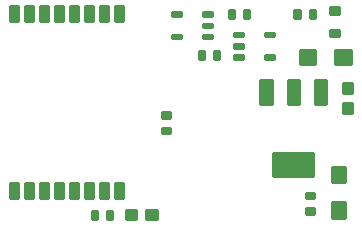
<source format=gbp>
G04 EAGLE Gerber RS-274X export*
G75*
%MOMM*%
%FSLAX34Y34*%
%LPD*%
%INSolderpaste Bottom*%
%IPPOS*%
%AMOC8*
5,1,8,0,0,1.08239X$1,22.5*%
G01*
%ADD10C,0.252000*%
%ADD11C,0.250000*%
%ADD12C,0.256031*%
%ADD13C,0.330000*%
%ADD14C,0.253000*%
%ADD15C,0.256000*%


D10*
X376848Y92398D02*
X376848Y105878D01*
X388328Y105878D01*
X388328Y92398D01*
X376848Y92398D01*
X376848Y94792D02*
X388328Y94792D01*
X388328Y97186D02*
X376848Y97186D01*
X376848Y99580D02*
X388328Y99580D01*
X388328Y101974D02*
X376848Y101974D01*
X376848Y104368D02*
X388328Y104368D01*
X388328Y75878D02*
X388328Y62398D01*
X376848Y62398D01*
X376848Y75878D01*
X388328Y75878D01*
X388328Y64792D02*
X376848Y64792D01*
X376848Y67186D02*
X388328Y67186D01*
X388328Y69580D02*
X376848Y69580D01*
X376848Y71974D02*
X388328Y71974D01*
X388328Y74368D02*
X376848Y74368D01*
X355535Y78873D02*
X355535Y83353D01*
X362015Y83353D01*
X362015Y78873D01*
X355535Y78873D01*
X355535Y81267D02*
X362015Y81267D01*
X355535Y70353D02*
X355535Y65873D01*
X355535Y70353D02*
X362015Y70353D01*
X362015Y65873D01*
X355535Y65873D01*
X355535Y68267D02*
X362015Y68267D01*
D11*
X386775Y167763D02*
X386775Y176263D01*
X394275Y176263D01*
X394275Y167763D01*
X386775Y167763D01*
X386775Y170138D02*
X394275Y170138D01*
X394275Y172513D02*
X386775Y172513D01*
X386775Y174888D02*
X394275Y174888D01*
X386775Y159263D02*
X386775Y150763D01*
X386775Y159263D02*
X394275Y159263D01*
X394275Y150763D01*
X386775Y150763D01*
X386775Y153138D02*
X394275Y153138D01*
X394275Y155513D02*
X386775Y155513D01*
X386775Y157888D02*
X394275Y157888D01*
D12*
X326190Y159205D02*
X316558Y159205D01*
X316558Y178997D01*
X326190Y178997D01*
X326190Y159205D01*
X326190Y161637D02*
X316558Y161637D01*
X316558Y164069D02*
X326190Y164069D01*
X326190Y166501D02*
X316558Y166501D01*
X316558Y168933D02*
X326190Y168933D01*
X326190Y171365D02*
X316558Y171365D01*
X316558Y173797D02*
X326190Y173797D01*
X326190Y176229D02*
X316558Y176229D01*
X316558Y178661D02*
X326190Y178661D01*
X339672Y159205D02*
X349304Y159205D01*
X339672Y159205D02*
X339672Y178997D01*
X349304Y178997D01*
X349304Y159205D01*
X349304Y161637D02*
X339672Y161637D01*
X339672Y164069D02*
X349304Y164069D01*
X349304Y166501D02*
X339672Y166501D01*
X339672Y168933D02*
X349304Y168933D01*
X349304Y171365D02*
X339672Y171365D01*
X339672Y173797D02*
X349304Y173797D01*
X349304Y176229D02*
X339672Y176229D01*
X339672Y178661D02*
X349304Y178661D01*
X362786Y159205D02*
X372418Y159205D01*
X362786Y159205D02*
X362786Y178997D01*
X372418Y178997D01*
X372418Y159205D01*
X372418Y161637D02*
X362786Y161637D01*
X362786Y164069D02*
X372418Y164069D01*
X372418Y166501D02*
X362786Y166501D01*
X362786Y168933D02*
X372418Y168933D01*
X372418Y171365D02*
X362786Y171365D01*
X362786Y173797D02*
X372418Y173797D01*
X372418Y176229D02*
X362786Y176229D01*
X362786Y178661D02*
X372418Y178661D01*
D13*
X360838Y97773D02*
X328138Y97773D01*
X328138Y116473D01*
X360838Y116473D01*
X360838Y97773D01*
X360838Y100908D02*
X328138Y100908D01*
X328138Y104043D02*
X360838Y104043D01*
X360838Y107178D02*
X328138Y107178D01*
X328138Y110313D02*
X360838Y110313D01*
X360838Y113448D02*
X328138Y113448D01*
D10*
X379735Y204178D02*
X393215Y204178D01*
X393215Y192698D01*
X379735Y192698D01*
X379735Y204178D01*
X379735Y195092D02*
X393215Y195092D01*
X393215Y197486D02*
X379735Y197486D01*
X379735Y199880D02*
X393215Y199880D01*
X393215Y202274D02*
X379735Y202274D01*
X363215Y192698D02*
X349735Y192698D01*
X349735Y204178D01*
X363215Y204178D01*
X363215Y192698D01*
X363215Y195092D02*
X349735Y195092D01*
X349735Y197486D02*
X363215Y197486D01*
X363215Y199880D02*
X349735Y199880D01*
X349735Y202274D02*
X363215Y202274D01*
X191303Y68328D02*
X186823Y68328D01*
X191303Y68328D02*
X191303Y61848D01*
X186823Y61848D01*
X186823Y68328D01*
X186823Y64242D02*
X191303Y64242D01*
X191303Y66636D02*
X186823Y66636D01*
X178303Y68328D02*
X173823Y68328D01*
X178303Y68328D02*
X178303Y61848D01*
X173823Y61848D01*
X173823Y68328D01*
X173823Y64242D02*
X178303Y64242D01*
X178303Y66636D02*
X173823Y66636D01*
D11*
X203150Y61338D02*
X211650Y61338D01*
X203150Y61338D02*
X203150Y68838D01*
X211650Y68838D01*
X211650Y61338D01*
X211650Y63713D02*
X203150Y63713D01*
X203150Y66088D02*
X211650Y66088D01*
X211650Y68463D02*
X203150Y68463D01*
X220150Y61338D02*
X228650Y61338D01*
X220150Y61338D02*
X220150Y68838D01*
X228650Y68838D01*
X228650Y61338D01*
X228650Y63713D02*
X220150Y63713D01*
X220150Y66088D02*
X228650Y66088D01*
X228650Y68463D02*
X220150Y68463D01*
D14*
X301935Y196978D02*
X301935Y199948D01*
X301935Y196978D02*
X294565Y196978D01*
X294565Y199948D01*
X301935Y199948D01*
X301935Y199381D02*
X294565Y199381D01*
X301935Y206478D02*
X301935Y209448D01*
X301935Y206478D02*
X294565Y206478D01*
X294565Y209448D01*
X301935Y209448D01*
X301935Y208881D02*
X294565Y208881D01*
X301935Y215978D02*
X301935Y218948D01*
X301935Y215978D02*
X294565Y215978D01*
X294565Y218948D01*
X301935Y218948D01*
X301935Y218381D02*
X294565Y218381D01*
X327835Y218948D02*
X327835Y215978D01*
X320465Y215978D01*
X320465Y218948D01*
X327835Y218948D01*
X327835Y218381D02*
X320465Y218381D01*
X327835Y199948D02*
X327835Y196978D01*
X320465Y196978D01*
X320465Y199948D01*
X327835Y199948D01*
X327835Y199381D02*
X320465Y199381D01*
D10*
X268790Y196785D02*
X264310Y196785D01*
X264310Y203265D01*
X268790Y203265D01*
X268790Y196785D01*
X268790Y199179D02*
X264310Y199179D01*
X264310Y201573D02*
X268790Y201573D01*
X277310Y196785D02*
X281790Y196785D01*
X277310Y196785D02*
X277310Y203265D01*
X281790Y203265D01*
X281790Y196785D01*
X281790Y199179D02*
X277310Y199179D01*
X277310Y201573D02*
X281790Y201573D01*
X200090Y91578D02*
X200090Y79098D01*
X193610Y79098D01*
X193610Y91578D01*
X200090Y91578D01*
X200090Y81492D02*
X193610Y81492D01*
X193610Y83886D02*
X200090Y83886D01*
X200090Y86280D02*
X193610Y86280D01*
X193610Y88674D02*
X200090Y88674D01*
X200090Y91068D02*
X193610Y91068D01*
X193610Y229098D02*
X193610Y241578D01*
X200090Y241578D01*
X200090Y229098D01*
X193610Y229098D01*
X193610Y231492D02*
X200090Y231492D01*
X200090Y233886D02*
X193610Y233886D01*
X193610Y236280D02*
X200090Y236280D01*
X200090Y238674D02*
X193610Y238674D01*
X193610Y241068D02*
X200090Y241068D01*
X104710Y241578D02*
X104710Y229098D01*
X104710Y241578D02*
X111190Y241578D01*
X111190Y229098D01*
X104710Y229098D01*
X104710Y231492D02*
X111190Y231492D01*
X111190Y233886D02*
X104710Y233886D01*
X104710Y236280D02*
X111190Y236280D01*
X111190Y238674D02*
X104710Y238674D01*
X104710Y241068D02*
X111190Y241068D01*
X117410Y241578D02*
X117410Y229098D01*
X117410Y241578D02*
X123890Y241578D01*
X123890Y229098D01*
X117410Y229098D01*
X117410Y231492D02*
X123890Y231492D01*
X123890Y233886D02*
X117410Y233886D01*
X117410Y236280D02*
X123890Y236280D01*
X123890Y238674D02*
X117410Y238674D01*
X117410Y241068D02*
X123890Y241068D01*
X130110Y241578D02*
X130110Y229098D01*
X130110Y241578D02*
X136590Y241578D01*
X136590Y229098D01*
X130110Y229098D01*
X130110Y231492D02*
X136590Y231492D01*
X136590Y233886D02*
X130110Y233886D01*
X130110Y236280D02*
X136590Y236280D01*
X136590Y238674D02*
X130110Y238674D01*
X130110Y241068D02*
X136590Y241068D01*
X142810Y241578D02*
X142810Y229098D01*
X142810Y241578D02*
X149290Y241578D01*
X149290Y229098D01*
X142810Y229098D01*
X142810Y231492D02*
X149290Y231492D01*
X149290Y233886D02*
X142810Y233886D01*
X142810Y236280D02*
X149290Y236280D01*
X149290Y238674D02*
X142810Y238674D01*
X142810Y241068D02*
X149290Y241068D01*
X155510Y241578D02*
X155510Y229098D01*
X155510Y241578D02*
X161990Y241578D01*
X161990Y229098D01*
X155510Y229098D01*
X155510Y231492D02*
X161990Y231492D01*
X161990Y233886D02*
X155510Y233886D01*
X155510Y236280D02*
X161990Y236280D01*
X161990Y238674D02*
X155510Y238674D01*
X155510Y241068D02*
X161990Y241068D01*
X168210Y241578D02*
X168210Y229098D01*
X168210Y241578D02*
X174690Y241578D01*
X174690Y229098D01*
X168210Y229098D01*
X168210Y231492D02*
X174690Y231492D01*
X174690Y233886D02*
X168210Y233886D01*
X168210Y236280D02*
X174690Y236280D01*
X174690Y238674D02*
X168210Y238674D01*
X168210Y241068D02*
X174690Y241068D01*
X180910Y241578D02*
X180910Y229098D01*
X180910Y241578D02*
X187390Y241578D01*
X187390Y229098D01*
X180910Y229098D01*
X180910Y231492D02*
X187390Y231492D01*
X187390Y233886D02*
X180910Y233886D01*
X180910Y236280D02*
X187390Y236280D01*
X187390Y238674D02*
X180910Y238674D01*
X180910Y241068D02*
X187390Y241068D01*
X187390Y91578D02*
X187390Y79098D01*
X180910Y79098D01*
X180910Y91578D01*
X187390Y91578D01*
X187390Y81492D02*
X180910Y81492D01*
X180910Y83886D02*
X187390Y83886D01*
X187390Y86280D02*
X180910Y86280D01*
X180910Y88674D02*
X187390Y88674D01*
X187390Y91068D02*
X180910Y91068D01*
X174690Y91578D02*
X174690Y79098D01*
X168210Y79098D01*
X168210Y91578D01*
X174690Y91578D01*
X174690Y81492D02*
X168210Y81492D01*
X168210Y83886D02*
X174690Y83886D01*
X174690Y86280D02*
X168210Y86280D01*
X168210Y88674D02*
X174690Y88674D01*
X174690Y91068D02*
X168210Y91068D01*
X161990Y91578D02*
X161990Y79098D01*
X155510Y79098D01*
X155510Y91578D01*
X161990Y91578D01*
X161990Y81492D02*
X155510Y81492D01*
X155510Y83886D02*
X161990Y83886D01*
X161990Y86280D02*
X155510Y86280D01*
X155510Y88674D02*
X161990Y88674D01*
X161990Y91068D02*
X155510Y91068D01*
X149290Y91578D02*
X149290Y79098D01*
X142810Y79098D01*
X142810Y91578D01*
X149290Y91578D01*
X149290Y81492D02*
X142810Y81492D01*
X142810Y83886D02*
X149290Y83886D01*
X149290Y86280D02*
X142810Y86280D01*
X142810Y88674D02*
X149290Y88674D01*
X149290Y91068D02*
X142810Y91068D01*
X136590Y91578D02*
X136590Y79098D01*
X130110Y79098D01*
X130110Y91578D01*
X136590Y91578D01*
X136590Y81492D02*
X130110Y81492D01*
X130110Y83886D02*
X136590Y83886D01*
X136590Y86280D02*
X130110Y86280D01*
X130110Y88674D02*
X136590Y88674D01*
X136590Y91068D02*
X130110Y91068D01*
X123890Y91578D02*
X123890Y79098D01*
X117410Y79098D01*
X117410Y91578D01*
X123890Y91578D01*
X123890Y81492D02*
X117410Y81492D01*
X117410Y83886D02*
X123890Y83886D01*
X123890Y86280D02*
X117410Y86280D01*
X117410Y88674D02*
X123890Y88674D01*
X123890Y91068D02*
X117410Y91068D01*
X111190Y91578D02*
X111190Y79098D01*
X104710Y79098D01*
X104710Y91578D01*
X111190Y91578D01*
X111190Y81492D02*
X104710Y81492D01*
X104710Y83886D02*
X111190Y83886D01*
X111190Y86280D02*
X104710Y86280D01*
X104710Y88674D02*
X111190Y88674D01*
X111190Y91068D02*
X104710Y91068D01*
D14*
X267978Y233440D02*
X267978Y236410D01*
X275348Y236410D01*
X275348Y233440D01*
X267978Y233440D01*
X267978Y235843D02*
X275348Y235843D01*
X267978Y226910D02*
X267978Y223940D01*
X267978Y226910D02*
X275348Y226910D01*
X275348Y223940D01*
X267978Y223940D01*
X267978Y226343D02*
X275348Y226343D01*
X267978Y217410D02*
X267978Y214440D01*
X267978Y217410D02*
X275348Y217410D01*
X275348Y214440D01*
X267978Y214440D01*
X267978Y216843D02*
X275348Y216843D01*
X242078Y217410D02*
X242078Y214440D01*
X242078Y217410D02*
X249448Y217410D01*
X249448Y214440D01*
X242078Y214440D01*
X242078Y216843D02*
X249448Y216843D01*
X242078Y233440D02*
X242078Y236410D01*
X249448Y236410D01*
X249448Y233440D01*
X242078Y233440D01*
X242078Y235843D02*
X249448Y235843D01*
D10*
X289710Y231710D02*
X294190Y231710D01*
X289710Y231710D02*
X289710Y238190D01*
X294190Y238190D01*
X294190Y231710D01*
X294190Y234104D02*
X289710Y234104D01*
X289710Y236498D02*
X294190Y236498D01*
X302710Y231710D02*
X307190Y231710D01*
X302710Y231710D02*
X302710Y238190D01*
X307190Y238190D01*
X307190Y231710D01*
X307190Y234104D02*
X302710Y234104D01*
X302710Y236498D02*
X307190Y236498D01*
X239778Y138615D02*
X239778Y134135D01*
X233298Y134135D01*
X233298Y138615D01*
X239778Y138615D01*
X239778Y136529D02*
X233298Y136529D01*
X239778Y147135D02*
X239778Y151615D01*
X239778Y147135D02*
X233298Y147135D01*
X233298Y151615D01*
X239778Y151615D01*
X239778Y149529D02*
X233298Y149529D01*
X345273Y231710D02*
X349753Y231710D01*
X345273Y231710D02*
X345273Y238190D01*
X349753Y238190D01*
X349753Y231710D01*
X349753Y234104D02*
X345273Y234104D01*
X345273Y236498D02*
X349753Y236498D01*
X358273Y231710D02*
X362753Y231710D01*
X358273Y231710D02*
X358273Y238190D01*
X362753Y238190D01*
X362753Y231710D01*
X362753Y234104D02*
X358273Y234104D01*
X358273Y236498D02*
X362753Y236498D01*
D15*
X375693Y235380D02*
X375693Y240820D01*
X383133Y240820D01*
X383133Y235380D01*
X375693Y235380D01*
X375693Y237812D02*
X383133Y237812D01*
X383133Y240244D02*
X375693Y240244D01*
X375693Y221820D02*
X375693Y216380D01*
X375693Y221820D02*
X383133Y221820D01*
X383133Y216380D01*
X375693Y216380D01*
X375693Y218812D02*
X383133Y218812D01*
X383133Y221244D02*
X375693Y221244D01*
M02*

</source>
